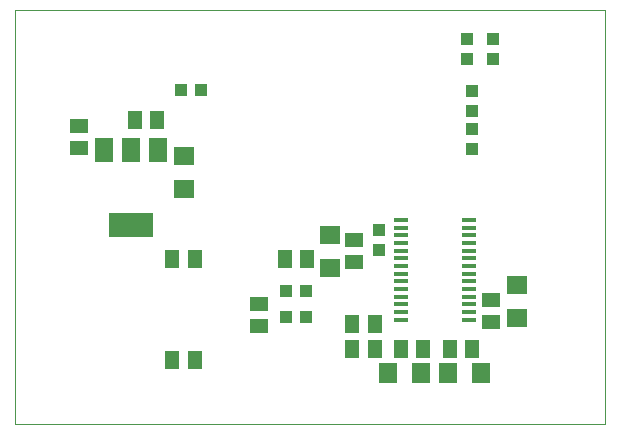
<source format=gbp>
G75*
%MOIN*%
%OFA0B0*%
%FSLAX25Y25*%
%IPPOS*%
%LPD*%
%AMOC8*
5,1,8,0,0,1.08239X$1,22.5*
%
%ADD10C,0.00000*%
%ADD11R,0.06299X0.07087*%
%ADD12R,0.07087X0.06299*%
%ADD13R,0.05118X0.05906*%
%ADD14R,0.05906X0.05118*%
%ADD15R,0.04331X0.03937*%
%ADD16R,0.03937X0.04331*%
%ADD17R,0.04724X0.01575*%
%ADD18R,0.05906X0.07874*%
%ADD19R,0.14961X0.07874*%
D10*
X0007000Y0020587D02*
X0007000Y0158383D01*
X0203850Y0158383D01*
X0203850Y0020587D01*
X0007000Y0020587D01*
D11*
X0131488Y0037462D03*
X0142512Y0037462D03*
X0151488Y0037462D03*
X0162512Y0037462D03*
D12*
X0174500Y0055701D03*
X0174500Y0066724D03*
X0112000Y0072576D03*
X0112000Y0083599D03*
X0063250Y0098826D03*
X0063250Y0109849D03*
D13*
X0054490Y0121837D03*
X0047010Y0121837D03*
X0059510Y0075587D03*
X0066990Y0075587D03*
X0097010Y0075587D03*
X0104490Y0075587D03*
X0119510Y0053712D03*
X0126990Y0053712D03*
X0126990Y0045587D03*
X0119510Y0045587D03*
X0135760Y0045587D03*
X0143240Y0045587D03*
X0152010Y0045587D03*
X0159490Y0045587D03*
X0066990Y0041837D03*
X0059510Y0041837D03*
D14*
X0088250Y0053097D03*
X0088250Y0060578D03*
X0120125Y0074347D03*
X0120125Y0081828D03*
X0165750Y0061828D03*
X0165750Y0054347D03*
X0028250Y0112472D03*
X0028250Y0119953D03*
D15*
X0097404Y0056212D03*
X0104096Y0056212D03*
X0128250Y0078491D03*
X0128250Y0085184D03*
X0159500Y0112241D03*
X0159500Y0118934D03*
X0159500Y0124741D03*
X0159500Y0131434D03*
X0157625Y0142241D03*
X0157625Y0148934D03*
X0166375Y0148934D03*
X0166375Y0142241D03*
D16*
X0104096Y0064962D03*
X0097404Y0064962D03*
X0069096Y0131837D03*
X0062404Y0131837D03*
D17*
X0135583Y0088471D03*
X0135583Y0085912D03*
X0135583Y0083353D03*
X0135583Y0080794D03*
X0135583Y0078235D03*
X0135583Y0075676D03*
X0135583Y0073117D03*
X0135583Y0070558D03*
X0135583Y0067999D03*
X0135583Y0065440D03*
X0135583Y0062881D03*
X0135583Y0060322D03*
X0135583Y0057763D03*
X0135583Y0055204D03*
X0158417Y0055204D03*
X0158417Y0057763D03*
X0158417Y0060322D03*
X0158417Y0062881D03*
X0158417Y0065440D03*
X0158417Y0067999D03*
X0158417Y0070558D03*
X0158417Y0073117D03*
X0158417Y0075676D03*
X0158417Y0078235D03*
X0158417Y0080794D03*
X0158417Y0083353D03*
X0158417Y0085912D03*
X0158417Y0088471D03*
D18*
X0054805Y0111739D03*
X0045750Y0111739D03*
X0036695Y0111739D03*
D19*
X0045750Y0086936D03*
M02*

</source>
